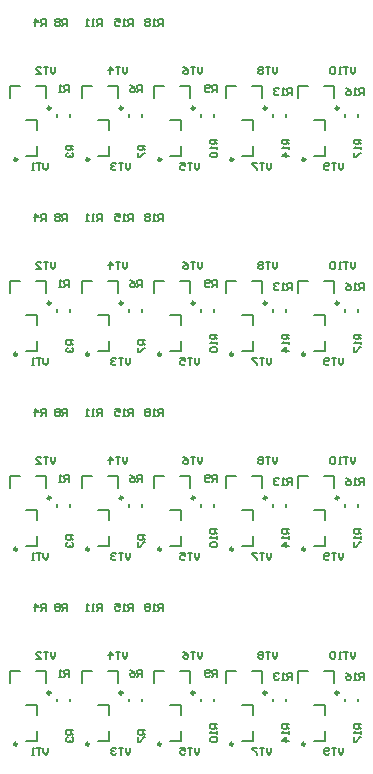
<source format=gbo>
G04*
G04 #@! TF.GenerationSoftware,Altium Limited,Altium Designer,20.2.7 (254)*
G04*
G04 Layer_Color=32896*
%FSLAX44Y44*%
%MOMM*%
G71*
G04*
G04 #@! TF.SameCoordinates,E2930A79-BBFB-44DC-8FC5-9A75561AB175*
G04*
G04*
G04 #@! TF.FilePolarity,Positive*
G04*
G01*
G75*
%ADD11C,0.2500*%
%ADD12C,0.2000*%
%ADD13C,0.1500*%
D11*
X69250Y526020D02*
G03*
X69250Y526020I-1250J0D01*
G01*
X97590Y569460D02*
G03*
X97590Y569460I-1250J0D01*
G01*
X130210Y526020D02*
G03*
X130210Y526020I-1250J0D01*
G01*
X158550Y569460D02*
G03*
X158550Y569460I-1250J0D01*
G01*
X191170Y526020D02*
G03*
X191170Y526020I-1250J0D01*
G01*
X219510Y569460D02*
G03*
X219510Y569460I-1250J0D01*
G01*
X252130Y526020D02*
G03*
X252130Y526020I-1250J0D01*
G01*
X280470Y569460D02*
G03*
X280470Y569460I-1250J0D01*
G01*
X313090Y526020D02*
G03*
X313090Y526020I-1250J0D01*
G01*
X341430Y569460D02*
G03*
X341430Y569460I-1250J0D01*
G01*
X69250Y361020D02*
G03*
X69250Y361020I-1250J0D01*
G01*
X97590Y404460D02*
G03*
X97590Y404460I-1250J0D01*
G01*
X130210Y361020D02*
G03*
X130210Y361020I-1250J0D01*
G01*
X158550Y404460D02*
G03*
X158550Y404460I-1250J0D01*
G01*
X191170Y361020D02*
G03*
X191170Y361020I-1250J0D01*
G01*
X219510Y404460D02*
G03*
X219510Y404460I-1250J0D01*
G01*
X252130Y361020D02*
G03*
X252130Y361020I-1250J0D01*
G01*
X280470Y404460D02*
G03*
X280470Y404460I-1250J0D01*
G01*
X313090Y361020D02*
G03*
X313090Y361020I-1250J0D01*
G01*
X341430Y404460D02*
G03*
X341430Y404460I-1250J0D01*
G01*
X69250Y196020D02*
G03*
X69250Y196020I-1250J0D01*
G01*
X97590Y239460D02*
G03*
X97590Y239460I-1250J0D01*
G01*
X130210Y196020D02*
G03*
X130210Y196020I-1250J0D01*
G01*
X158550Y239460D02*
G03*
X158550Y239460I-1250J0D01*
G01*
X191170Y196020D02*
G03*
X191170Y196020I-1250J0D01*
G01*
X219510Y239460D02*
G03*
X219510Y239460I-1250J0D01*
G01*
X252130Y196020D02*
G03*
X252130Y196020I-1250J0D01*
G01*
X280470Y239460D02*
G03*
X280470Y239460I-1250J0D01*
G01*
X313090Y196020D02*
G03*
X313090Y196020I-1250J0D01*
G01*
X341430Y239460D02*
G03*
X341430Y239460I-1250J0D01*
G01*
X69250Y31020D02*
G03*
X69250Y31020I-1250J0D01*
G01*
X97590Y74460D02*
G03*
X97590Y74460I-1250J0D01*
G01*
X130210Y31020D02*
G03*
X130210Y31020I-1250J0D01*
G01*
X158550Y74460D02*
G03*
X158550Y74460I-1250J0D01*
G01*
X191170Y31020D02*
G03*
X191170Y31020I-1250J0D01*
G01*
X219510Y74460D02*
G03*
X219510Y74460I-1250J0D01*
G01*
X252130Y31020D02*
G03*
X252130Y31020I-1250J0D01*
G01*
X280470Y74460D02*
G03*
X280470Y74460I-1250J0D01*
G01*
X313090Y31020D02*
G03*
X313090Y31020I-1250J0D01*
G01*
X341430Y74460D02*
G03*
X341430Y74460I-1250J0D01*
G01*
D12*
X114320Y562180D02*
Y564180D01*
X103320Y562180D02*
Y564180D01*
X175280Y562180D02*
Y564180D01*
X164280Y562180D02*
Y564180D01*
X236240Y562180D02*
Y564180D01*
X225240Y562180D02*
Y564180D01*
X286200Y562180D02*
Y564180D01*
X297200Y562180D02*
Y564180D01*
X358160Y562180D02*
Y564180D01*
X347160Y562180D02*
Y564180D01*
X86500Y551020D02*
Y559020D01*
X76500D02*
X86500D01*
Y529020D02*
Y537020D01*
X76500Y529020D02*
X86500D01*
X63340Y587960D02*
X71340D01*
X63340Y577960D02*
Y587960D01*
X85340D02*
X93340D01*
Y577960D02*
Y587960D01*
X147460Y551020D02*
Y559020D01*
X137460D02*
X147460D01*
Y529020D02*
Y537020D01*
X137460Y529020D02*
X147460D01*
X124300Y587960D02*
X132300D01*
X124300Y577960D02*
Y587960D01*
X146300D02*
X154300D01*
Y577960D02*
Y587960D01*
X208420Y551020D02*
Y559020D01*
X198420D02*
X208420D01*
Y529020D02*
Y537020D01*
X198420Y529020D02*
X208420D01*
X185260Y587960D02*
X193260D01*
X185260Y577960D02*
Y587960D01*
X207260D02*
X215260D01*
Y577960D02*
Y587960D01*
X269380Y551020D02*
Y559020D01*
X259380D02*
X269380D01*
Y529020D02*
Y537020D01*
X259380Y529020D02*
X269380D01*
X246220Y587960D02*
X254220D01*
X246220Y577960D02*
Y587960D01*
X268220D02*
X276220D01*
Y577960D02*
Y587960D01*
X330340Y551020D02*
Y559020D01*
X320340D02*
X330340D01*
Y529020D02*
Y537020D01*
X320340Y529020D02*
X330340D01*
X307180Y587960D02*
X315180D01*
X307180Y577960D02*
Y587960D01*
X329180D02*
X337180D01*
Y577960D02*
Y587960D01*
X114320Y397180D02*
Y399180D01*
X103320Y397180D02*
Y399180D01*
X175280Y397180D02*
Y399180D01*
X164280Y397180D02*
Y399180D01*
X236240Y397180D02*
Y399180D01*
X225240Y397180D02*
Y399180D01*
X286200Y397180D02*
Y399180D01*
X297200Y397180D02*
Y399180D01*
X358160Y397180D02*
Y399180D01*
X347160Y397180D02*
Y399180D01*
X86500Y386020D02*
Y394020D01*
X76500D02*
X86500D01*
Y364020D02*
Y372020D01*
X76500Y364020D02*
X86500D01*
X63340Y422960D02*
X71340D01*
X63340Y412960D02*
Y422960D01*
X85340D02*
X93340D01*
Y412960D02*
Y422960D01*
X147460Y386020D02*
Y394020D01*
X137460D02*
X147460D01*
Y364020D02*
Y372020D01*
X137460Y364020D02*
X147460D01*
X124300Y422960D02*
X132300D01*
X124300Y412960D02*
Y422960D01*
X146300D02*
X154300D01*
Y412960D02*
Y422960D01*
X208420Y386020D02*
Y394020D01*
X198420D02*
X208420D01*
Y364020D02*
Y372020D01*
X198420Y364020D02*
X208420D01*
X185260Y422960D02*
X193260D01*
X185260Y412960D02*
Y422960D01*
X207260D02*
X215260D01*
Y412960D02*
Y422960D01*
X269380Y386020D02*
Y394020D01*
X259380D02*
X269380D01*
Y364020D02*
Y372020D01*
X259380Y364020D02*
X269380D01*
X246220Y422960D02*
X254220D01*
X246220Y412960D02*
Y422960D01*
X268220D02*
X276220D01*
Y412960D02*
Y422960D01*
X330340Y386020D02*
Y394020D01*
X320340D02*
X330340D01*
Y364020D02*
Y372020D01*
X320340Y364020D02*
X330340D01*
X307180Y422960D02*
X315180D01*
X307180Y412960D02*
Y422960D01*
X329180D02*
X337180D01*
Y412960D02*
Y422960D01*
X114320Y232180D02*
Y234180D01*
X103320Y232180D02*
Y234180D01*
X175280Y232180D02*
Y234180D01*
X164280Y232180D02*
Y234180D01*
X236240Y232180D02*
Y234180D01*
X225240Y232180D02*
Y234180D01*
X286200Y232180D02*
Y234180D01*
X297200Y232180D02*
Y234180D01*
X358160Y232180D02*
Y234180D01*
X347160Y232180D02*
Y234180D01*
X86500Y221020D02*
Y229020D01*
X76500D02*
X86500D01*
Y199020D02*
Y207020D01*
X76500Y199020D02*
X86500D01*
X63340Y257960D02*
X71340D01*
X63340Y247960D02*
Y257960D01*
X85340D02*
X93340D01*
Y247960D02*
Y257960D01*
X147460Y221020D02*
Y229020D01*
X137460D02*
X147460D01*
Y199020D02*
Y207020D01*
X137460Y199020D02*
X147460D01*
X124300Y257960D02*
X132300D01*
X124300Y247960D02*
Y257960D01*
X146300D02*
X154300D01*
Y247960D02*
Y257960D01*
X208420Y221020D02*
Y229020D01*
X198420D02*
X208420D01*
Y199020D02*
Y207020D01*
X198420Y199020D02*
X208420D01*
X185260Y257960D02*
X193260D01*
X185260Y247960D02*
Y257960D01*
X207260D02*
X215260D01*
Y247960D02*
Y257960D01*
X269380Y221020D02*
Y229020D01*
X259380D02*
X269380D01*
Y199020D02*
Y207020D01*
X259380Y199020D02*
X269380D01*
X246220Y257960D02*
X254220D01*
X246220Y247960D02*
Y257960D01*
X268220D02*
X276220D01*
Y247960D02*
Y257960D01*
X330340Y221020D02*
Y229020D01*
X320340D02*
X330340D01*
Y199020D02*
Y207020D01*
X320340Y199020D02*
X330340D01*
X307180Y257960D02*
X315180D01*
X307180Y247960D02*
Y257960D01*
X329180D02*
X337180D01*
Y247960D02*
Y257960D01*
X114320Y67180D02*
Y69180D01*
X103320Y67180D02*
Y69180D01*
X175280Y67180D02*
Y69180D01*
X164280Y67180D02*
Y69180D01*
X236240Y67180D02*
Y69180D01*
X225240Y67180D02*
Y69180D01*
X286200Y67180D02*
Y69180D01*
X297200Y67180D02*
Y69180D01*
X358160Y67180D02*
Y69180D01*
X347160Y67180D02*
Y69180D01*
X86500Y56020D02*
Y64020D01*
X76500D02*
X86500D01*
Y34020D02*
Y42020D01*
X76500Y34020D02*
X86500D01*
X63340Y92960D02*
X71340D01*
X63340Y82960D02*
Y92960D01*
X85340D02*
X93340D01*
Y82960D02*
Y92960D01*
X147460Y56020D02*
Y64020D01*
X137460D02*
X147460D01*
Y34020D02*
Y42020D01*
X137460Y34020D02*
X147460D01*
X124300Y92960D02*
X132300D01*
X124300Y82960D02*
Y92960D01*
X146300D02*
X154300D01*
Y82960D02*
Y92960D01*
X208420Y56020D02*
Y64020D01*
X198420D02*
X208420D01*
Y34020D02*
Y42020D01*
X198420Y34020D02*
X208420D01*
X185260Y92960D02*
X193260D01*
X185260Y82960D02*
Y92960D01*
X207260D02*
X215260D01*
Y82960D02*
Y92960D01*
X269380Y56020D02*
Y64020D01*
X259380D02*
X269380D01*
Y34020D02*
Y42020D01*
X259380Y34020D02*
X269380D01*
X246220Y92960D02*
X254220D01*
X246220Y82960D02*
Y92960D01*
X268220D02*
X276220D01*
Y82960D02*
Y92960D01*
X330340Y56020D02*
Y64020D01*
X320340D02*
X330340D01*
Y34020D02*
Y42020D01*
X320340Y34020D02*
X330340D01*
X307180Y92960D02*
X315180D01*
X307180Y82960D02*
Y92960D01*
X329180D02*
X337180D01*
Y82960D02*
Y92960D01*
D13*
X112899Y583121D02*
Y589119D01*
X109900D01*
X108900Y588119D01*
Y586120D01*
X109900Y585120D01*
X112899D01*
X110899D02*
X108900Y583121D01*
X106901D02*
X104901D01*
X105901D01*
Y589119D01*
X106901Y588119D01*
X116979Y537778D02*
X110981D01*
Y534779D01*
X111981Y533780D01*
X113980D01*
X114980Y534779D01*
Y537778D01*
Y535779D02*
X116979Y533780D01*
X111981Y531780D02*
X110981Y530781D01*
Y528781D01*
X111981Y527782D01*
X112980D01*
X113980Y528781D01*
Y529781D01*
Y528781D01*
X114980Y527782D01*
X115979D01*
X116979Y528781D01*
Y530781D01*
X115979Y531780D01*
X93578Y639001D02*
Y644999D01*
X90579D01*
X89580Y643999D01*
Y642000D01*
X90579Y641000D01*
X93578D01*
X91579D02*
X89580Y639001D01*
X84581D02*
Y644999D01*
X87580Y642000D01*
X83582D01*
X174858Y583121D02*
Y589119D01*
X171859D01*
X170860Y588119D01*
Y586120D01*
X171859Y585120D01*
X174858D01*
X172859D02*
X170860Y583121D01*
X164862Y589119D02*
X166861Y588119D01*
X168860Y586120D01*
Y584121D01*
X167861Y583121D01*
X165861D01*
X164862Y584121D01*
Y585120D01*
X165861Y586120D01*
X168860D01*
X177939Y537778D02*
X171941D01*
Y534779D01*
X172941Y533780D01*
X174940D01*
X175940Y534779D01*
Y537778D01*
Y535779D02*
X177939Y533780D01*
X171941Y531780D02*
Y527782D01*
X172941D01*
X176939Y531780D01*
X177939D01*
X111358Y639001D02*
Y644999D01*
X108359D01*
X107360Y643999D01*
Y642000D01*
X108359Y641000D01*
X111358D01*
X109359D02*
X107360Y639001D01*
X105360Y643999D02*
X104361Y644999D01*
X102361D01*
X101362Y643999D01*
Y643000D01*
X102361Y642000D01*
X101362Y641000D01*
Y640001D01*
X102361Y639001D01*
X104361D01*
X105360Y640001D01*
Y641000D01*
X104361Y642000D01*
X105360Y643000D01*
Y643999D01*
X104361Y642000D02*
X102361D01*
X238358Y583121D02*
Y589119D01*
X235359D01*
X234360Y588119D01*
Y586120D01*
X235359Y585120D01*
X238358D01*
X236359D02*
X234360Y583121D01*
X232360Y584121D02*
X231361Y583121D01*
X229361D01*
X228362Y584121D01*
Y588119D01*
X229361Y589119D01*
X231361D01*
X232360Y588119D01*
Y587120D01*
X231361Y586120D01*
X228362D01*
X238899Y542818D02*
X232901D01*
Y539818D01*
X233901Y538819D01*
X235900D01*
X236900Y539818D01*
Y542818D01*
Y540818D02*
X238899Y538819D01*
Y536819D02*
Y534820D01*
Y535820D01*
X232901D01*
X233901Y536819D01*
Y531821D02*
X232901Y530821D01*
Y528822D01*
X233901Y527822D01*
X237899D01*
X238899Y528822D01*
Y530821D01*
X237899Y531821D01*
X233901D01*
X301818Y580581D02*
Y586579D01*
X298818D01*
X297819Y585579D01*
Y583580D01*
X298818Y582580D01*
X301818D01*
X299818D02*
X297819Y580581D01*
X295819D02*
X293820D01*
X294820D01*
Y586579D01*
X295819Y585579D01*
X290821D02*
X289821Y586579D01*
X287822D01*
X286822Y585579D01*
Y584580D01*
X287822Y583580D01*
X288822D01*
X287822D01*
X286822Y582580D01*
Y581581D01*
X287822Y580581D01*
X289821D01*
X290821Y581581D01*
X299859Y542818D02*
X293861D01*
Y539818D01*
X294861Y538819D01*
X296860D01*
X297860Y539818D01*
Y542818D01*
Y540818D02*
X299859Y538819D01*
Y536819D02*
Y534820D01*
Y535820D01*
X293861D01*
X294861Y536819D01*
X299859Y528822D02*
X293861D01*
X296860Y531821D01*
Y527822D01*
X362778Y580581D02*
Y586579D01*
X359779D01*
X358779Y585579D01*
Y583580D01*
X359779Y582580D01*
X362778D01*
X360778D02*
X358779Y580581D01*
X356780D02*
X354780D01*
X355780D01*
Y586579D01*
X356780Y585579D01*
X347782Y586579D02*
X349782Y585579D01*
X351781Y583580D01*
Y581581D01*
X350782Y580581D01*
X348782D01*
X347782Y581581D01*
Y582580D01*
X348782Y583580D01*
X351781D01*
X360819Y542818D02*
X354821D01*
Y539818D01*
X355821Y538819D01*
X357820D01*
X358820Y539818D01*
Y542818D01*
Y540818D02*
X360819Y538819D01*
Y536819D02*
Y534820D01*
Y535820D01*
X354821D01*
X355821Y536819D01*
X354821Y531821D02*
Y527822D01*
X355821D01*
X359819Y531821D01*
X360819D01*
X192598Y639001D02*
Y644999D01*
X189599D01*
X188599Y643999D01*
Y642000D01*
X189599Y641000D01*
X192598D01*
X190598D02*
X188599Y639001D01*
X186600D02*
X184600D01*
X185600D01*
Y644999D01*
X186600Y643999D01*
X181601D02*
X180602Y644999D01*
X178602D01*
X177602Y643999D01*
Y643000D01*
X178602Y642000D01*
X177602Y641000D01*
Y640001D01*
X178602Y639001D01*
X180602D01*
X181601Y640001D01*
Y641000D01*
X180602Y642000D01*
X181601Y643000D01*
Y643999D01*
X180602Y642000D02*
X178602D01*
X95578Y523079D02*
Y519080D01*
X93578Y517081D01*
X91579Y519080D01*
Y523079D01*
X89580D02*
X85581D01*
X87580D01*
Y517081D01*
X83582D02*
X81582D01*
X82582D01*
Y523079D01*
X83582Y522079D01*
X101657Y604359D02*
Y600360D01*
X99658Y598361D01*
X97659Y600360D01*
Y604359D01*
X95659D02*
X91661D01*
X93660D01*
Y598361D01*
X85663D02*
X89661D01*
X85663Y602360D01*
Y603359D01*
X86662Y604359D01*
X88662D01*
X89661Y603359D01*
X165157Y523079D02*
Y519080D01*
X163158Y517081D01*
X161159Y519080D01*
Y523079D01*
X159159D02*
X155161D01*
X157160D01*
Y517081D01*
X153161Y522079D02*
X152162Y523079D01*
X150162D01*
X149163Y522079D01*
Y521080D01*
X150162Y520080D01*
X151162D01*
X150162D01*
X149163Y519080D01*
Y518081D01*
X150162Y517081D01*
X152162D01*
X153161Y518081D01*
X162617Y604359D02*
Y600360D01*
X160618Y598361D01*
X158619Y600360D01*
Y604359D01*
X156619D02*
X152621D01*
X154620D01*
Y598361D01*
X147622D02*
Y604359D01*
X150621Y601360D01*
X146623D01*
X223577Y523079D02*
Y519080D01*
X221578Y517081D01*
X219579Y519080D01*
Y523079D01*
X217579D02*
X213581D01*
X215580D01*
Y517081D01*
X207583Y523079D02*
X211581D01*
Y520080D01*
X209582Y521080D01*
X208582D01*
X207583Y520080D01*
Y518081D01*
X208582Y517081D01*
X210582D01*
X211581Y518081D01*
X226117Y604359D02*
Y600360D01*
X224118Y598361D01*
X222119Y600360D01*
Y604359D01*
X220119D02*
X216121D01*
X218120D01*
Y598361D01*
X210123Y604359D02*
X212122Y603359D01*
X214121Y601360D01*
Y599361D01*
X213122Y598361D01*
X211122D01*
X210123Y599361D01*
Y600360D01*
X211122Y601360D01*
X214121D01*
X284537Y523079D02*
Y519080D01*
X282538Y517081D01*
X280539Y519080D01*
Y523079D01*
X278539D02*
X274541D01*
X276540D01*
Y517081D01*
X272541Y523079D02*
X268543D01*
Y522079D01*
X272541Y518081D01*
Y517081D01*
X289617Y604359D02*
Y600360D01*
X287618Y598361D01*
X285619Y600360D01*
Y604359D01*
X283619D02*
X279621D01*
X281620D01*
Y598361D01*
X277621Y603359D02*
X276622Y604359D01*
X274622D01*
X273623Y603359D01*
Y602360D01*
X274622Y601360D01*
X273623Y600360D01*
Y599361D01*
X274622Y598361D01*
X276622D01*
X277621Y599361D01*
Y600360D01*
X276622Y601360D01*
X277621Y602360D01*
Y603359D01*
X276622Y601360D02*
X274622D01*
X345497Y523079D02*
Y519080D01*
X343498Y517081D01*
X341499Y519080D01*
Y523079D01*
X339499D02*
X335501D01*
X337500D01*
Y517081D01*
X333501Y518081D02*
X332502Y517081D01*
X330502D01*
X329503Y518081D01*
Y522079D01*
X330502Y523079D01*
X332502D01*
X333501Y522079D01*
Y521080D01*
X332502Y520080D01*
X329503D01*
X355617Y604359D02*
Y600360D01*
X353617Y598361D01*
X351618Y600360D01*
Y604359D01*
X349618D02*
X345620D01*
X347619D01*
Y598361D01*
X343620D02*
X341621D01*
X342621D01*
Y604359D01*
X343620Y603359D01*
X338622D02*
X337622Y604359D01*
X335623D01*
X334623Y603359D01*
Y599361D01*
X335623Y598361D01*
X337622D01*
X338622Y599361D01*
Y603359D01*
X167198Y639001D02*
Y644999D01*
X164198D01*
X163199Y643999D01*
Y642000D01*
X164198Y641000D01*
X167198D01*
X165198D02*
X163199Y639001D01*
X161199D02*
X159200D01*
X160200D01*
Y644999D01*
X161199Y643999D01*
X152202Y644999D02*
X156201D01*
Y642000D01*
X154202Y643000D01*
X153202D01*
X152202Y642000D01*
Y640001D01*
X153202Y639001D01*
X155202D01*
X156201Y640001D01*
X140798Y639001D02*
Y644999D01*
X137799D01*
X136799Y643999D01*
Y642000D01*
X137799Y641000D01*
X140798D01*
X138799D02*
X136799Y639001D01*
X134800D02*
X132801D01*
X133800D01*
Y644999D01*
X134800Y643999D01*
X129802Y639001D02*
X127802D01*
X128802D01*
Y644999D01*
X129802Y643999D01*
X112899Y418121D02*
Y424119D01*
X109900D01*
X108900Y423119D01*
Y421120D01*
X109900Y420120D01*
X112899D01*
X110899D02*
X108900Y418121D01*
X106901D02*
X104901D01*
X105901D01*
Y424119D01*
X106901Y423119D01*
X116979Y372778D02*
X110981D01*
Y369779D01*
X111981Y368780D01*
X113980D01*
X114980Y369779D01*
Y372778D01*
Y370779D02*
X116979Y368780D01*
X111981Y366780D02*
X110981Y365781D01*
Y363781D01*
X111981Y362782D01*
X112980D01*
X113980Y363781D01*
Y364781D01*
Y363781D01*
X114980Y362782D01*
X115979D01*
X116979Y363781D01*
Y365781D01*
X115979Y366780D01*
X93578Y474001D02*
Y479999D01*
X90579D01*
X89580Y478999D01*
Y477000D01*
X90579Y476000D01*
X93578D01*
X91579D02*
X89580Y474001D01*
X84581D02*
Y479999D01*
X87580Y477000D01*
X83582D01*
X174858Y418121D02*
Y424119D01*
X171859D01*
X170860Y423119D01*
Y421120D01*
X171859Y420120D01*
X174858D01*
X172859D02*
X170860Y418121D01*
X164862Y424119D02*
X166861Y423119D01*
X168860Y421120D01*
Y419121D01*
X167861Y418121D01*
X165861D01*
X164862Y419121D01*
Y420120D01*
X165861Y421120D01*
X168860D01*
X177939Y372778D02*
X171941D01*
Y369779D01*
X172941Y368780D01*
X174940D01*
X175940Y369779D01*
Y372778D01*
Y370779D02*
X177939Y368780D01*
X171941Y366780D02*
Y362782D01*
X172941D01*
X176939Y366780D01*
X177939D01*
X111358Y474001D02*
Y479999D01*
X108359D01*
X107360Y478999D01*
Y477000D01*
X108359Y476000D01*
X111358D01*
X109359D02*
X107360Y474001D01*
X105360Y478999D02*
X104361Y479999D01*
X102361D01*
X101362Y478999D01*
Y478000D01*
X102361Y477000D01*
X101362Y476000D01*
Y475001D01*
X102361Y474001D01*
X104361D01*
X105360Y475001D01*
Y476000D01*
X104361Y477000D01*
X105360Y478000D01*
Y478999D01*
X104361Y477000D02*
X102361D01*
X238358Y418121D02*
Y424119D01*
X235359D01*
X234360Y423119D01*
Y421120D01*
X235359Y420120D01*
X238358D01*
X236359D02*
X234360Y418121D01*
X232360Y419121D02*
X231361Y418121D01*
X229361D01*
X228362Y419121D01*
Y423119D01*
X229361Y424119D01*
X231361D01*
X232360Y423119D01*
Y422120D01*
X231361Y421120D01*
X228362D01*
X238899Y377817D02*
X232901D01*
Y374818D01*
X233901Y373819D01*
X235900D01*
X236900Y374818D01*
Y377817D01*
Y375818D02*
X238899Y373819D01*
Y371819D02*
Y369820D01*
Y370820D01*
X232901D01*
X233901Y371819D01*
Y366821D02*
X232901Y365821D01*
Y363822D01*
X233901Y362822D01*
X237899D01*
X238899Y363822D01*
Y365821D01*
X237899Y366821D01*
X233901D01*
X301818Y415581D02*
Y421579D01*
X298818D01*
X297819Y420579D01*
Y418580D01*
X298818Y417580D01*
X301818D01*
X299818D02*
X297819Y415581D01*
X295819D02*
X293820D01*
X294820D01*
Y421579D01*
X295819Y420579D01*
X290821D02*
X289821Y421579D01*
X287822D01*
X286822Y420579D01*
Y419580D01*
X287822Y418580D01*
X288822D01*
X287822D01*
X286822Y417580D01*
Y416581D01*
X287822Y415581D01*
X289821D01*
X290821Y416581D01*
X299859Y377817D02*
X293861D01*
Y374818D01*
X294861Y373819D01*
X296860D01*
X297860Y374818D01*
Y377817D01*
Y375818D02*
X299859Y373819D01*
Y371819D02*
Y369820D01*
Y370820D01*
X293861D01*
X294861Y371819D01*
X299859Y363822D02*
X293861D01*
X296860Y366821D01*
Y362822D01*
X362778Y415581D02*
Y421579D01*
X359779D01*
X358779Y420579D01*
Y418580D01*
X359779Y417580D01*
X362778D01*
X360778D02*
X358779Y415581D01*
X356780D02*
X354780D01*
X355780D01*
Y421579D01*
X356780Y420579D01*
X347782Y421579D02*
X349782Y420579D01*
X351781Y418580D01*
Y416581D01*
X350782Y415581D01*
X348782D01*
X347782Y416581D01*
Y417580D01*
X348782Y418580D01*
X351781D01*
X360819Y377817D02*
X354821D01*
Y374818D01*
X355821Y373819D01*
X357820D01*
X358820Y374818D01*
Y377817D01*
Y375818D02*
X360819Y373819D01*
Y371819D02*
Y369820D01*
Y370820D01*
X354821D01*
X355821Y371819D01*
X354821Y366821D02*
Y362822D01*
X355821D01*
X359819Y366821D01*
X360819D01*
X192598Y474001D02*
Y479999D01*
X189599D01*
X188599Y478999D01*
Y477000D01*
X189599Y476000D01*
X192598D01*
X190598D02*
X188599Y474001D01*
X186600D02*
X184600D01*
X185600D01*
Y479999D01*
X186600Y478999D01*
X181601D02*
X180602Y479999D01*
X178602D01*
X177602Y478999D01*
Y478000D01*
X178602Y477000D01*
X177602Y476000D01*
Y475001D01*
X178602Y474001D01*
X180602D01*
X181601Y475001D01*
Y476000D01*
X180602Y477000D01*
X181601Y478000D01*
Y478999D01*
X180602Y477000D02*
X178602D01*
X95578Y358079D02*
Y354080D01*
X93578Y352081D01*
X91579Y354080D01*
Y358079D01*
X89580D02*
X85581D01*
X87580D01*
Y352081D01*
X83582D02*
X81582D01*
X82582D01*
Y358079D01*
X83582Y357079D01*
X101657Y439359D02*
Y435360D01*
X99658Y433361D01*
X97659Y435360D01*
Y439359D01*
X95659D02*
X91661D01*
X93660D01*
Y433361D01*
X85663D02*
X89661D01*
X85663Y437360D01*
Y438359D01*
X86662Y439359D01*
X88662D01*
X89661Y438359D01*
X165157Y358079D02*
Y354080D01*
X163158Y352081D01*
X161159Y354080D01*
Y358079D01*
X159159D02*
X155161D01*
X157160D01*
Y352081D01*
X153161Y357079D02*
X152162Y358079D01*
X150162D01*
X149163Y357079D01*
Y356080D01*
X150162Y355080D01*
X151162D01*
X150162D01*
X149163Y354080D01*
Y353081D01*
X150162Y352081D01*
X152162D01*
X153161Y353081D01*
X162617Y439359D02*
Y435360D01*
X160618Y433361D01*
X158619Y435360D01*
Y439359D01*
X156619D02*
X152621D01*
X154620D01*
Y433361D01*
X147622D02*
Y439359D01*
X150621Y436360D01*
X146623D01*
X223577Y358079D02*
Y354080D01*
X221578Y352081D01*
X219579Y354080D01*
Y358079D01*
X217579D02*
X213581D01*
X215580D01*
Y352081D01*
X207583Y358079D02*
X211581D01*
Y355080D01*
X209582Y356080D01*
X208582D01*
X207583Y355080D01*
Y353081D01*
X208582Y352081D01*
X210582D01*
X211581Y353081D01*
X226117Y439359D02*
Y435360D01*
X224118Y433361D01*
X222119Y435360D01*
Y439359D01*
X220119D02*
X216121D01*
X218120D01*
Y433361D01*
X210123Y439359D02*
X212122Y438359D01*
X214121Y436360D01*
Y434361D01*
X213122Y433361D01*
X211122D01*
X210123Y434361D01*
Y435360D01*
X211122Y436360D01*
X214121D01*
X284537Y358079D02*
Y354080D01*
X282538Y352081D01*
X280539Y354080D01*
Y358079D01*
X278539D02*
X274541D01*
X276540D01*
Y352081D01*
X272541Y358079D02*
X268543D01*
Y357079D01*
X272541Y353081D01*
Y352081D01*
X289617Y439359D02*
Y435360D01*
X287618Y433361D01*
X285619Y435360D01*
Y439359D01*
X283619D02*
X279621D01*
X281620D01*
Y433361D01*
X277621Y438359D02*
X276622Y439359D01*
X274622D01*
X273623Y438359D01*
Y437360D01*
X274622Y436360D01*
X273623Y435360D01*
Y434361D01*
X274622Y433361D01*
X276622D01*
X277621Y434361D01*
Y435360D01*
X276622Y436360D01*
X277621Y437360D01*
Y438359D01*
X276622Y436360D02*
X274622D01*
X345497Y358079D02*
Y354080D01*
X343498Y352081D01*
X341499Y354080D01*
Y358079D01*
X339499D02*
X335501D01*
X337500D01*
Y352081D01*
X333501Y353081D02*
X332502Y352081D01*
X330502D01*
X329503Y353081D01*
Y357079D01*
X330502Y358079D01*
X332502D01*
X333501Y357079D01*
Y356080D01*
X332502Y355080D01*
X329503D01*
X355617Y439359D02*
Y435360D01*
X353617Y433361D01*
X351618Y435360D01*
Y439359D01*
X349618D02*
X345620D01*
X347619D01*
Y433361D01*
X343620D02*
X341621D01*
X342621D01*
Y439359D01*
X343620Y438359D01*
X338622D02*
X337622Y439359D01*
X335623D01*
X334623Y438359D01*
Y434361D01*
X335623Y433361D01*
X337622D01*
X338622Y434361D01*
Y438359D01*
X167198Y474001D02*
Y479999D01*
X164198D01*
X163199Y478999D01*
Y477000D01*
X164198Y476000D01*
X167198D01*
X165198D02*
X163199Y474001D01*
X161199D02*
X159200D01*
X160200D01*
Y479999D01*
X161199Y478999D01*
X152202Y479999D02*
X156201D01*
Y477000D01*
X154202Y478000D01*
X153202D01*
X152202Y477000D01*
Y475001D01*
X153202Y474001D01*
X155202D01*
X156201Y475001D01*
X140798Y474001D02*
Y479999D01*
X137799D01*
X136799Y478999D01*
Y477000D01*
X137799Y476000D01*
X140798D01*
X138799D02*
X136799Y474001D01*
X134800D02*
X132801D01*
X133800D01*
Y479999D01*
X134800Y478999D01*
X129802Y474001D02*
X127802D01*
X128802D01*
Y479999D01*
X129802Y478999D01*
X112899Y253121D02*
Y259119D01*
X109900D01*
X108900Y258119D01*
Y256120D01*
X109900Y255120D01*
X112899D01*
X110899D02*
X108900Y253121D01*
X106901D02*
X104901D01*
X105901D01*
Y259119D01*
X106901Y258119D01*
X116979Y207778D02*
X110981D01*
Y204779D01*
X111981Y203780D01*
X113980D01*
X114980Y204779D01*
Y207778D01*
Y205779D02*
X116979Y203780D01*
X111981Y201780D02*
X110981Y200781D01*
Y198781D01*
X111981Y197782D01*
X112980D01*
X113980Y198781D01*
Y199781D01*
Y198781D01*
X114980Y197782D01*
X115979D01*
X116979Y198781D01*
Y200781D01*
X115979Y201780D01*
X93578Y309001D02*
Y314999D01*
X90579D01*
X89580Y313999D01*
Y312000D01*
X90579Y311000D01*
X93578D01*
X91579D02*
X89580Y309001D01*
X84581D02*
Y314999D01*
X87580Y312000D01*
X83582D01*
X174858Y253121D02*
Y259119D01*
X171859D01*
X170860Y258119D01*
Y256120D01*
X171859Y255120D01*
X174858D01*
X172859D02*
X170860Y253121D01*
X164862Y259119D02*
X166861Y258119D01*
X168860Y256120D01*
Y254121D01*
X167861Y253121D01*
X165861D01*
X164862Y254121D01*
Y255120D01*
X165861Y256120D01*
X168860D01*
X177939Y207778D02*
X171941D01*
Y204779D01*
X172941Y203780D01*
X174940D01*
X175940Y204779D01*
Y207778D01*
Y205779D02*
X177939Y203780D01*
X171941Y201780D02*
Y197782D01*
X172941D01*
X176939Y201780D01*
X177939D01*
X111358Y309001D02*
Y314999D01*
X108359D01*
X107360Y313999D01*
Y312000D01*
X108359Y311000D01*
X111358D01*
X109359D02*
X107360Y309001D01*
X105360Y313999D02*
X104361Y314999D01*
X102361D01*
X101362Y313999D01*
Y313000D01*
X102361Y312000D01*
X101362Y311000D01*
Y310001D01*
X102361Y309001D01*
X104361D01*
X105360Y310001D01*
Y311000D01*
X104361Y312000D01*
X105360Y313000D01*
Y313999D01*
X104361Y312000D02*
X102361D01*
X238358Y253121D02*
Y259119D01*
X235359D01*
X234360Y258119D01*
Y256120D01*
X235359Y255120D01*
X238358D01*
X236359D02*
X234360Y253121D01*
X232360Y254121D02*
X231361Y253121D01*
X229361D01*
X228362Y254121D01*
Y258119D01*
X229361Y259119D01*
X231361D01*
X232360Y258119D01*
Y257120D01*
X231361Y256120D01*
X228362D01*
X238899Y212817D02*
X232901D01*
Y209818D01*
X233901Y208819D01*
X235900D01*
X236900Y209818D01*
Y212817D01*
Y210818D02*
X238899Y208819D01*
Y206819D02*
Y204820D01*
Y205820D01*
X232901D01*
X233901Y206819D01*
Y201821D02*
X232901Y200821D01*
Y198822D01*
X233901Y197822D01*
X237899D01*
X238899Y198822D01*
Y200821D01*
X237899Y201821D01*
X233901D01*
X301818Y250581D02*
Y256579D01*
X298818D01*
X297819Y255579D01*
Y253580D01*
X298818Y252580D01*
X301818D01*
X299818D02*
X297819Y250581D01*
X295819D02*
X293820D01*
X294820D01*
Y256579D01*
X295819Y255579D01*
X290821D02*
X289821Y256579D01*
X287822D01*
X286822Y255579D01*
Y254580D01*
X287822Y253580D01*
X288822D01*
X287822D01*
X286822Y252580D01*
Y251581D01*
X287822Y250581D01*
X289821D01*
X290821Y251581D01*
X299859Y212817D02*
X293861D01*
Y209818D01*
X294861Y208819D01*
X296860D01*
X297860Y209818D01*
Y212817D01*
Y210818D02*
X299859Y208819D01*
Y206819D02*
Y204820D01*
Y205820D01*
X293861D01*
X294861Y206819D01*
X299859Y198822D02*
X293861D01*
X296860Y201821D01*
Y197822D01*
X362778Y250581D02*
Y256579D01*
X359779D01*
X358779Y255579D01*
Y253580D01*
X359779Y252580D01*
X362778D01*
X360778D02*
X358779Y250581D01*
X356780D02*
X354780D01*
X355780D01*
Y256579D01*
X356780Y255579D01*
X347782Y256579D02*
X349782Y255579D01*
X351781Y253580D01*
Y251581D01*
X350782Y250581D01*
X348782D01*
X347782Y251581D01*
Y252580D01*
X348782Y253580D01*
X351781D01*
X360819Y212817D02*
X354821D01*
Y209818D01*
X355821Y208819D01*
X357820D01*
X358820Y209818D01*
Y212817D01*
Y210818D02*
X360819Y208819D01*
Y206819D02*
Y204820D01*
Y205820D01*
X354821D01*
X355821Y206819D01*
X354821Y201821D02*
Y197822D01*
X355821D01*
X359819Y201821D01*
X360819D01*
X192598Y309001D02*
Y314999D01*
X189599D01*
X188599Y313999D01*
Y312000D01*
X189599Y311000D01*
X192598D01*
X190598D02*
X188599Y309001D01*
X186600D02*
X184600D01*
X185600D01*
Y314999D01*
X186600Y313999D01*
X181601D02*
X180602Y314999D01*
X178602D01*
X177602Y313999D01*
Y313000D01*
X178602Y312000D01*
X177602Y311000D01*
Y310001D01*
X178602Y309001D01*
X180602D01*
X181601Y310001D01*
Y311000D01*
X180602Y312000D01*
X181601Y313000D01*
Y313999D01*
X180602Y312000D02*
X178602D01*
X95578Y193079D02*
Y189080D01*
X93578Y187081D01*
X91579Y189080D01*
Y193079D01*
X89580D02*
X85581D01*
X87580D01*
Y187081D01*
X83582D02*
X81582D01*
X82582D01*
Y193079D01*
X83582Y192079D01*
X101657Y274359D02*
Y270360D01*
X99658Y268361D01*
X97659Y270360D01*
Y274359D01*
X95659D02*
X91661D01*
X93660D01*
Y268361D01*
X85663D02*
X89661D01*
X85663Y272360D01*
Y273359D01*
X86662Y274359D01*
X88662D01*
X89661Y273359D01*
X165157Y193079D02*
Y189080D01*
X163158Y187081D01*
X161159Y189080D01*
Y193079D01*
X159159D02*
X155161D01*
X157160D01*
Y187081D01*
X153161Y192079D02*
X152162Y193079D01*
X150162D01*
X149163Y192079D01*
Y191080D01*
X150162Y190080D01*
X151162D01*
X150162D01*
X149163Y189080D01*
Y188081D01*
X150162Y187081D01*
X152162D01*
X153161Y188081D01*
X162617Y274359D02*
Y270360D01*
X160618Y268361D01*
X158619Y270360D01*
Y274359D01*
X156619D02*
X152621D01*
X154620D01*
Y268361D01*
X147622D02*
Y274359D01*
X150621Y271360D01*
X146623D01*
X223577Y193079D02*
Y189080D01*
X221578Y187081D01*
X219579Y189080D01*
Y193079D01*
X217579D02*
X213581D01*
X215580D01*
Y187081D01*
X207583Y193079D02*
X211581D01*
Y190080D01*
X209582Y191080D01*
X208582D01*
X207583Y190080D01*
Y188081D01*
X208582Y187081D01*
X210582D01*
X211581Y188081D01*
X226117Y274359D02*
Y270360D01*
X224118Y268361D01*
X222119Y270360D01*
Y274359D01*
X220119D02*
X216121D01*
X218120D01*
Y268361D01*
X210123Y274359D02*
X212122Y273359D01*
X214121Y271360D01*
Y269361D01*
X213122Y268361D01*
X211122D01*
X210123Y269361D01*
Y270360D01*
X211122Y271360D01*
X214121D01*
X284537Y193079D02*
Y189080D01*
X282538Y187081D01*
X280539Y189080D01*
Y193079D01*
X278539D02*
X274541D01*
X276540D01*
Y187081D01*
X272541Y193079D02*
X268543D01*
Y192079D01*
X272541Y188081D01*
Y187081D01*
X289617Y274359D02*
Y270360D01*
X287618Y268361D01*
X285619Y270360D01*
Y274359D01*
X283619D02*
X279621D01*
X281620D01*
Y268361D01*
X277621Y273359D02*
X276622Y274359D01*
X274622D01*
X273623Y273359D01*
Y272360D01*
X274622Y271360D01*
X273623Y270360D01*
Y269361D01*
X274622Y268361D01*
X276622D01*
X277621Y269361D01*
Y270360D01*
X276622Y271360D01*
X277621Y272360D01*
Y273359D01*
X276622Y271360D02*
X274622D01*
X345497Y193079D02*
Y189080D01*
X343498Y187081D01*
X341499Y189080D01*
Y193079D01*
X339499D02*
X335501D01*
X337500D01*
Y187081D01*
X333501Y188081D02*
X332502Y187081D01*
X330502D01*
X329503Y188081D01*
Y192079D01*
X330502Y193079D01*
X332502D01*
X333501Y192079D01*
Y191080D01*
X332502Y190080D01*
X329503D01*
X355617Y274359D02*
Y270360D01*
X353617Y268361D01*
X351618Y270360D01*
Y274359D01*
X349618D02*
X345620D01*
X347619D01*
Y268361D01*
X343620D02*
X341621D01*
X342621D01*
Y274359D01*
X343620Y273359D01*
X338622D02*
X337622Y274359D01*
X335623D01*
X334623Y273359D01*
Y269361D01*
X335623Y268361D01*
X337622D01*
X338622Y269361D01*
Y273359D01*
X167198Y309001D02*
Y314999D01*
X164198D01*
X163199Y313999D01*
Y312000D01*
X164198Y311000D01*
X167198D01*
X165198D02*
X163199Y309001D01*
X161199D02*
X159200D01*
X160200D01*
Y314999D01*
X161199Y313999D01*
X152202Y314999D02*
X156201D01*
Y312000D01*
X154202Y313000D01*
X153202D01*
X152202Y312000D01*
Y310001D01*
X153202Y309001D01*
X155202D01*
X156201Y310001D01*
X140798Y309001D02*
Y314999D01*
X137799D01*
X136799Y313999D01*
Y312000D01*
X137799Y311000D01*
X140798D01*
X138799D02*
X136799Y309001D01*
X134800D02*
X132801D01*
X133800D01*
Y314999D01*
X134800Y313999D01*
X129802Y309001D02*
X127802D01*
X128802D01*
Y314999D01*
X129802Y313999D01*
X112899Y88121D02*
Y94119D01*
X109900D01*
X108900Y93119D01*
Y91120D01*
X109900Y90120D01*
X112899D01*
X110899D02*
X108900Y88121D01*
X106901D02*
X104901D01*
X105901D01*
Y94119D01*
X106901Y93119D01*
X116979Y42778D02*
X110981D01*
Y39779D01*
X111981Y38780D01*
X113980D01*
X114980Y39779D01*
Y42778D01*
Y40779D02*
X116979Y38780D01*
X111981Y36780D02*
X110981Y35781D01*
Y33781D01*
X111981Y32782D01*
X112980D01*
X113980Y33781D01*
Y34781D01*
Y33781D01*
X114980Y32782D01*
X115979D01*
X116979Y33781D01*
Y35781D01*
X115979Y36780D01*
X93578Y144001D02*
Y149999D01*
X90579D01*
X89580Y148999D01*
Y147000D01*
X90579Y146000D01*
X93578D01*
X91579D02*
X89580Y144001D01*
X84581D02*
Y149999D01*
X87580Y147000D01*
X83582D01*
X174858Y88121D02*
Y94119D01*
X171859D01*
X170860Y93119D01*
Y91120D01*
X171859Y90120D01*
X174858D01*
X172859D02*
X170860Y88121D01*
X164862Y94119D02*
X166861Y93119D01*
X168860Y91120D01*
Y89121D01*
X167861Y88121D01*
X165861D01*
X164862Y89121D01*
Y90120D01*
X165861Y91120D01*
X168860D01*
X177939Y42778D02*
X171941D01*
Y39779D01*
X172941Y38780D01*
X174940D01*
X175940Y39779D01*
Y42778D01*
Y40779D02*
X177939Y38780D01*
X171941Y36780D02*
Y32782D01*
X172941D01*
X176939Y36780D01*
X177939D01*
X111358Y144001D02*
Y149999D01*
X108359D01*
X107360Y148999D01*
Y147000D01*
X108359Y146000D01*
X111358D01*
X109359D02*
X107360Y144001D01*
X105360Y148999D02*
X104361Y149999D01*
X102361D01*
X101362Y148999D01*
Y148000D01*
X102361Y147000D01*
X101362Y146000D01*
Y145001D01*
X102361Y144001D01*
X104361D01*
X105360Y145001D01*
Y146000D01*
X104361Y147000D01*
X105360Y148000D01*
Y148999D01*
X104361Y147000D02*
X102361D01*
X238358Y88121D02*
Y94119D01*
X235359D01*
X234360Y93119D01*
Y91120D01*
X235359Y90120D01*
X238358D01*
X236359D02*
X234360Y88121D01*
X232360Y89121D02*
X231361Y88121D01*
X229361D01*
X228362Y89121D01*
Y93119D01*
X229361Y94119D01*
X231361D01*
X232360Y93119D01*
Y92120D01*
X231361Y91120D01*
X228362D01*
X238899Y47818D02*
X232901D01*
Y44819D01*
X233901Y43819D01*
X235900D01*
X236900Y44819D01*
Y47818D01*
Y45818D02*
X238899Y43819D01*
Y41820D02*
Y39820D01*
Y40820D01*
X232901D01*
X233901Y41820D01*
Y36821D02*
X232901Y35821D01*
Y33822D01*
X233901Y32822D01*
X237899D01*
X238899Y33822D01*
Y35821D01*
X237899Y36821D01*
X233901D01*
X301818Y85581D02*
Y91579D01*
X298818D01*
X297819Y90579D01*
Y88580D01*
X298818Y87580D01*
X301818D01*
X299818D02*
X297819Y85581D01*
X295819D02*
X293820D01*
X294820D01*
Y91579D01*
X295819Y90579D01*
X290821D02*
X289821Y91579D01*
X287822D01*
X286822Y90579D01*
Y89580D01*
X287822Y88580D01*
X288822D01*
X287822D01*
X286822Y87580D01*
Y86581D01*
X287822Y85581D01*
X289821D01*
X290821Y86581D01*
X299859Y47818D02*
X293861D01*
Y44819D01*
X294861Y43819D01*
X296860D01*
X297860Y44819D01*
Y47818D01*
Y45818D02*
X299859Y43819D01*
Y41820D02*
Y39820D01*
Y40820D01*
X293861D01*
X294861Y41820D01*
X299859Y33822D02*
X293861D01*
X296860Y36821D01*
Y32822D01*
X362778Y85581D02*
Y91579D01*
X359779D01*
X358779Y90579D01*
Y88580D01*
X359779Y87580D01*
X362778D01*
X360778D02*
X358779Y85581D01*
X356780D02*
X354780D01*
X355780D01*
Y91579D01*
X356780Y90579D01*
X347782Y91579D02*
X349782Y90579D01*
X351781Y88580D01*
Y86581D01*
X350782Y85581D01*
X348782D01*
X347782Y86581D01*
Y87580D01*
X348782Y88580D01*
X351781D01*
X360819Y47818D02*
X354821D01*
Y44819D01*
X355821Y43819D01*
X357820D01*
X358820Y44819D01*
Y47818D01*
Y45818D02*
X360819Y43819D01*
Y41820D02*
Y39820D01*
Y40820D01*
X354821D01*
X355821Y41820D01*
X354821Y36821D02*
Y32822D01*
X355821D01*
X359819Y36821D01*
X360819D01*
X192598Y144001D02*
Y149999D01*
X189599D01*
X188599Y148999D01*
Y147000D01*
X189599Y146000D01*
X192598D01*
X190598D02*
X188599Y144001D01*
X186600D02*
X184600D01*
X185600D01*
Y149999D01*
X186600Y148999D01*
X181601D02*
X180602Y149999D01*
X178602D01*
X177602Y148999D01*
Y148000D01*
X178602Y147000D01*
X177602Y146000D01*
Y145001D01*
X178602Y144001D01*
X180602D01*
X181601Y145001D01*
Y146000D01*
X180602Y147000D01*
X181601Y148000D01*
Y148999D01*
X180602Y147000D02*
X178602D01*
X95578Y28079D02*
Y24080D01*
X93578Y22081D01*
X91579Y24080D01*
Y28079D01*
X89580D02*
X85581D01*
X87580D01*
Y22081D01*
X83582D02*
X81582D01*
X82582D01*
Y28079D01*
X83582Y27079D01*
X101657Y109359D02*
Y105360D01*
X99658Y103361D01*
X97659Y105360D01*
Y109359D01*
X95659D02*
X91661D01*
X93660D01*
Y103361D01*
X85663D02*
X89661D01*
X85663Y107360D01*
Y108359D01*
X86662Y109359D01*
X88662D01*
X89661Y108359D01*
X165157Y28079D02*
Y24080D01*
X163158Y22081D01*
X161159Y24080D01*
Y28079D01*
X159159D02*
X155161D01*
X157160D01*
Y22081D01*
X153161Y27079D02*
X152162Y28079D01*
X150162D01*
X149163Y27079D01*
Y26080D01*
X150162Y25080D01*
X151162D01*
X150162D01*
X149163Y24080D01*
Y23081D01*
X150162Y22081D01*
X152162D01*
X153161Y23081D01*
X162617Y109359D02*
Y105360D01*
X160618Y103361D01*
X158619Y105360D01*
Y109359D01*
X156619D02*
X152621D01*
X154620D01*
Y103361D01*
X147622D02*
Y109359D01*
X150621Y106360D01*
X146623D01*
X223577Y28079D02*
Y24080D01*
X221578Y22081D01*
X219579Y24080D01*
Y28079D01*
X217579D02*
X213581D01*
X215580D01*
Y22081D01*
X207583Y28079D02*
X211581D01*
Y25080D01*
X209582Y26080D01*
X208582D01*
X207583Y25080D01*
Y23081D01*
X208582Y22081D01*
X210582D01*
X211581Y23081D01*
X226117Y109359D02*
Y105360D01*
X224118Y103361D01*
X222119Y105360D01*
Y109359D01*
X220119D02*
X216121D01*
X218120D01*
Y103361D01*
X210123Y109359D02*
X212122Y108359D01*
X214121Y106360D01*
Y104361D01*
X213122Y103361D01*
X211122D01*
X210123Y104361D01*
Y105360D01*
X211122Y106360D01*
X214121D01*
X284537Y28079D02*
Y24080D01*
X282538Y22081D01*
X280539Y24080D01*
Y28079D01*
X278539D02*
X274541D01*
X276540D01*
Y22081D01*
X272541Y28079D02*
X268543D01*
Y27079D01*
X272541Y23081D01*
Y22081D01*
X289617Y109359D02*
Y105360D01*
X287618Y103361D01*
X285619Y105360D01*
Y109359D01*
X283619D02*
X279621D01*
X281620D01*
Y103361D01*
X277621Y108359D02*
X276622Y109359D01*
X274622D01*
X273623Y108359D01*
Y107360D01*
X274622Y106360D01*
X273623Y105360D01*
Y104361D01*
X274622Y103361D01*
X276622D01*
X277621Y104361D01*
Y105360D01*
X276622Y106360D01*
X277621Y107360D01*
Y108359D01*
X276622Y106360D02*
X274622D01*
X345497Y28079D02*
Y24080D01*
X343498Y22081D01*
X341499Y24080D01*
Y28079D01*
X339499D02*
X335501D01*
X337500D01*
Y22081D01*
X333501Y23081D02*
X332502Y22081D01*
X330502D01*
X329503Y23081D01*
Y27079D01*
X330502Y28079D01*
X332502D01*
X333501Y27079D01*
Y26080D01*
X332502Y25080D01*
X329503D01*
X355617Y109359D02*
Y105360D01*
X353617Y103361D01*
X351618Y105360D01*
Y109359D01*
X349618D02*
X345620D01*
X347619D01*
Y103361D01*
X343620D02*
X341621D01*
X342621D01*
Y109359D01*
X343620Y108359D01*
X338622D02*
X337622Y109359D01*
X335623D01*
X334623Y108359D01*
Y104361D01*
X335623Y103361D01*
X337622D01*
X338622Y104361D01*
Y108359D01*
X167198Y144001D02*
Y149999D01*
X164198D01*
X163199Y148999D01*
Y147000D01*
X164198Y146000D01*
X167198D01*
X165198D02*
X163199Y144001D01*
X161199D02*
X159200D01*
X160200D01*
Y149999D01*
X161199Y148999D01*
X152202Y149999D02*
X156201D01*
Y147000D01*
X154202Y148000D01*
X153202D01*
X152202Y147000D01*
Y145001D01*
X153202Y144001D01*
X155202D01*
X156201Y145001D01*
X140798Y144001D02*
Y149999D01*
X137799D01*
X136799Y148999D01*
Y147000D01*
X137799Y146000D01*
X140798D01*
X138799D02*
X136799Y144001D01*
X134800D02*
X132801D01*
X133800D01*
Y149999D01*
X134800Y148999D01*
X129802Y144001D02*
X127802D01*
X128802D01*
Y149999D01*
X129802Y148999D01*
M02*

</source>
